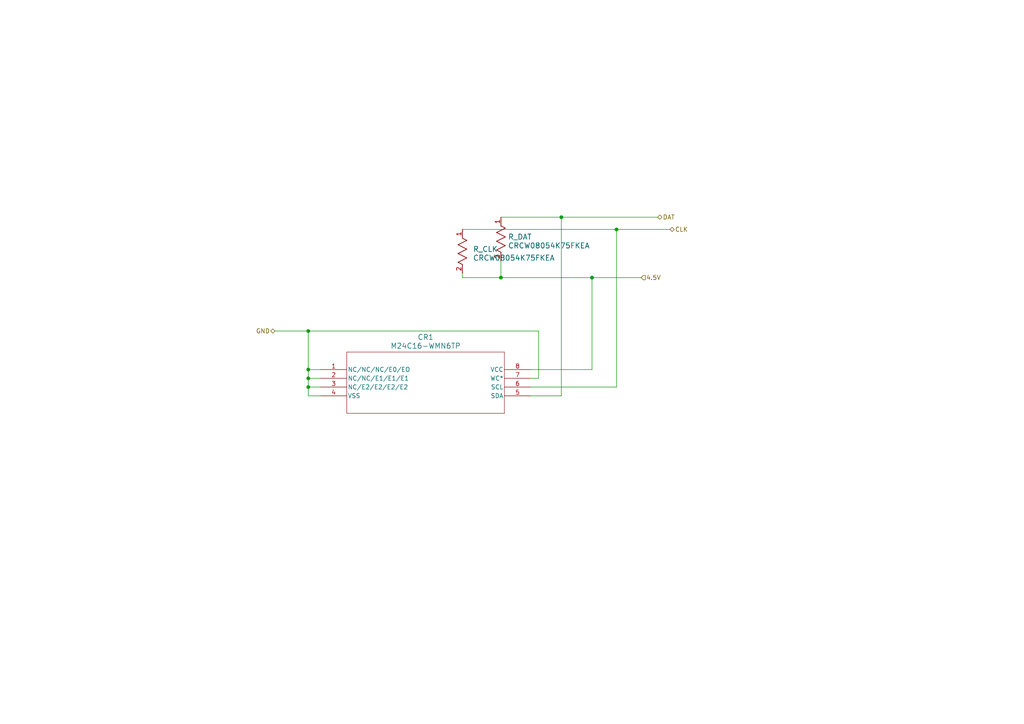
<source format=kicad_sch>
(kicad_sch (version 20230121) (generator eeschema)

  (uuid f1db0a0c-336d-4e8c-891a-7d048dfe978e)

  (paper "A4")

  (lib_symbols
    (symbol "M24C16_WMN6TP:M24C16-WMN6TP" (pin_names (offset 0.254)) (in_bom yes) (on_board yes)
      (property "Reference" "CR" (at 30.48 10.16 0)
        (effects (font (size 1.524 1.524)))
      )
      (property "Value" "M24C16-WMN6TP" (at 30.48 7.62 0)
        (effects (font (size 1.524 1.524)))
      )
      (property "Footprint" "SO-8_STM" (at 0 0 0)
        (effects (font (size 1.27 1.27) italic) hide)
      )
      (property "Datasheet" "M24C16-WMN6TP" (at 0 0 0)
        (effects (font (size 1.27 1.27) italic) hide)
      )
      (property "ki_locked" "" (at 0 0 0)
        (effects (font (size 1.27 1.27)))
      )
      (property "ki_keywords" "M24C16-WMN6TP" (at 0 0 0)
        (effects (font (size 1.27 1.27)) hide)
      )
      (property "ki_fp_filters" "SO-8_STM SO-8_STM-M SO-8_STM-L" (at 0 0 0)
        (effects (font (size 1.27 1.27)) hide)
      )
      (symbol "M24C16-WMN6TP_0_1"
        (polyline
          (pts
            (xy 7.62 -12.7)
            (xy 53.34 -12.7)
          )
          (stroke (width 0.127) (type default))
          (fill (type none))
        )
        (polyline
          (pts
            (xy 7.62 5.08)
            (xy 7.62 -12.7)
          )
          (stroke (width 0.127) (type default))
          (fill (type none))
        )
        (polyline
          (pts
            (xy 53.34 -12.7)
            (xy 53.34 5.08)
          )
          (stroke (width 0.127) (type default))
          (fill (type none))
        )
        (polyline
          (pts
            (xy 53.34 5.08)
            (xy 7.62 5.08)
          )
          (stroke (width 0.127) (type default))
          (fill (type none))
        )
        (pin unspecified line (at 0 0 0) (length 7.62)
          (name "NC/NC/NC/E0/EO" (effects (font (size 1.27 1.27))))
          (number "1" (effects (font (size 1.27 1.27))))
        )
        (pin unspecified line (at 0 -2.54 0) (length 7.62)
          (name "NC/NC/E1/E1/E1" (effects (font (size 1.27 1.27))))
          (number "2" (effects (font (size 1.27 1.27))))
        )
        (pin unspecified line (at 0 -5.08 0) (length 7.62)
          (name "NC/E2/E2/E2/E2" (effects (font (size 1.27 1.27))))
          (number "3" (effects (font (size 1.27 1.27))))
        )
        (pin power_in line (at 0 -7.62 0) (length 7.62)
          (name "VSS" (effects (font (size 1.27 1.27))))
          (number "4" (effects (font (size 1.27 1.27))))
        )
        (pin bidirectional line (at 60.96 -7.62 180) (length 7.62)
          (name "SDA" (effects (font (size 1.27 1.27))))
          (number "5" (effects (font (size 1.27 1.27))))
        )
        (pin input line (at 60.96 -5.08 180) (length 7.62)
          (name "SCL" (effects (font (size 1.27 1.27))))
          (number "6" (effects (font (size 1.27 1.27))))
        )
        (pin input line (at 60.96 -2.54 180) (length 7.62)
          (name "WC*" (effects (font (size 1.27 1.27))))
          (number "7" (effects (font (size 1.27 1.27))))
        )
        (pin power_in line (at 60.96 0 180) (length 7.62)
          (name "VCC" (effects (font (size 1.27 1.27))))
          (number "8" (effects (font (size 1.27 1.27))))
        )
      )
    )
    (symbol "Vishay_4.75k:CRCW08054K75FKEA" (pin_names (offset 0.254)) (in_bom yes) (on_board yes)
      (property "Reference" "R" (at 5.715 3.81 0)
        (effects (font (size 1.524 1.524)))
      )
      (property "Value" "CRCW08054K75FKEA" (at 6.35 -3.81 0)
        (effects (font (size 1.524 1.524)))
      )
      (property "Footprint" "RC0805N_VIS" (at 0 0 0)
        (effects (font (size 1.27 1.27) italic) hide)
      )
      (property "Datasheet" "CRCW08054K75FKEA" (at 0 0 0)
        (effects (font (size 1.27 1.27) italic) hide)
      )
      (property "ki_locked" "" (at 0 0 0)
        (effects (font (size 1.27 1.27)))
      )
      (property "ki_keywords" "CRCW08054K75FKEA" (at 0 0 0)
        (effects (font (size 1.27 1.27)) hide)
      )
      (property "ki_fp_filters" "RC0805N_VIS RC0805N_VIS-M RC0805N_VIS-L" (at 0 0 0)
        (effects (font (size 1.27 1.27)) hide)
      )
      (symbol "CRCW08054K75FKEA_1_1"
        (polyline
          (pts
            (xy 2.54 0)
            (xy 3.175 1.27)
          )
          (stroke (width 0.2032) (type default))
          (fill (type none))
        )
        (polyline
          (pts
            (xy 3.175 1.27)
            (xy 4.445 -1.27)
          )
          (stroke (width 0.2032) (type default))
          (fill (type none))
        )
        (polyline
          (pts
            (xy 4.445 -1.27)
            (xy 5.715 1.27)
          )
          (stroke (width 0.2032) (type default))
          (fill (type none))
        )
        (polyline
          (pts
            (xy 5.715 1.27)
            (xy 6.985 -1.27)
          )
          (stroke (width 0.2032) (type default))
          (fill (type none))
        )
        (polyline
          (pts
            (xy 6.985 -1.27)
            (xy 8.255 1.27)
          )
          (stroke (width 0.2032) (type default))
          (fill (type none))
        )
        (polyline
          (pts
            (xy 8.255 1.27)
            (xy 9.525 -1.27)
          )
          (stroke (width 0.2032) (type default))
          (fill (type none))
        )
        (polyline
          (pts
            (xy 9.525 -1.27)
            (xy 10.16 0)
          )
          (stroke (width 0.2032) (type default))
          (fill (type none))
        )
        (pin unspecified line (at 12.7 0 180) (length 2.54)
          (name "" (effects (font (size 1.27 1.27))))
          (number "1" (effects (font (size 1.27 1.27))))
        )
        (pin unspecified line (at 0 0 0) (length 2.54)
          (name "" (effects (font (size 1.27 1.27))))
          (number "2" (effects (font (size 1.27 1.27))))
        )
      )
      (symbol "CRCW08054K75FKEA_1_2"
        (polyline
          (pts
            (xy -1.27 3.175)
            (xy 1.27 4.445)
          )
          (stroke (width 0.2032) (type default))
          (fill (type none))
        )
        (polyline
          (pts
            (xy -1.27 5.715)
            (xy 1.27 6.985)
          )
          (stroke (width 0.2032) (type default))
          (fill (type none))
        )
        (polyline
          (pts
            (xy -1.27 8.255)
            (xy 1.27 9.525)
          )
          (stroke (width 0.2032) (type default))
          (fill (type none))
        )
        (polyline
          (pts
            (xy 0 2.54)
            (xy -1.27 3.175)
          )
          (stroke (width 0.2032) (type default))
          (fill (type none))
        )
        (polyline
          (pts
            (xy 1.27 4.445)
            (xy -1.27 5.715)
          )
          (stroke (width 0.2032) (type default))
          (fill (type none))
        )
        (polyline
          (pts
            (xy 1.27 6.985)
            (xy -1.27 8.255)
          )
          (stroke (width 0.2032) (type default))
          (fill (type none))
        )
        (polyline
          (pts
            (xy 1.27 9.525)
            (xy 0 10.16)
          )
          (stroke (width 0.2032) (type default))
          (fill (type none))
        )
        (pin unspecified line (at 0 12.7 270) (length 2.54)
          (name "" (effects (font (size 1.27 1.27))))
          (number "1" (effects (font (size 1.27 1.27))))
        )
        (pin unspecified line (at 0 0 90) (length 2.54)
          (name "" (effects (font (size 1.27 1.27))))
          (number "2" (effects (font (size 1.27 1.27))))
        )
      )
    )
  )

  (junction (at 178.816 66.548) (diameter 0) (color 0 0 0 0)
    (uuid 1b6e7600-a93e-463c-a266-9f4ebefba9cd)
  )
  (junction (at 89.408 107.188) (diameter 0) (color 0 0 0 0)
    (uuid 7772eeff-4604-4164-8ea8-5c1d9d464b55)
  )
  (junction (at 162.814 62.992) (diameter 0) (color 0 0 0 0)
    (uuid 8ee83db5-7d6e-45bc-b13d-5baf38fe57ae)
  )
  (junction (at 89.408 96.012) (diameter 0) (color 0 0 0 0)
    (uuid 94291fdb-96dd-470d-8fe4-ef62c413eb72)
  )
  (junction (at 89.408 109.728) (diameter 0) (color 0 0 0 0)
    (uuid a53e3c5f-e735-4514-ae7d-d95b4b5fca7d)
  )
  (junction (at 89.408 112.268) (diameter 0) (color 0 0 0 0)
    (uuid b6a1481a-9eb5-4e93-bfd3-75c42765db0b)
  )
  (junction (at 171.704 80.518) (diameter 0) (color 0 0 0 0)
    (uuid bbe79511-a15e-471e-a275-d9c447c1adf6)
  )
  (junction (at 145.288 80.518) (diameter 0) (color 0 0 0 0)
    (uuid fb40a299-fabf-4a84-8f0c-2d929a34dc58)
  )

  (wire (pts (xy 171.704 107.188) (xy 171.704 80.518))
    (stroke (width 0) (type default))
    (uuid 0164d59d-1529-420a-9856-3dc2b9090f86)
  )
  (wire (pts (xy 153.924 112.268) (xy 178.816 112.268))
    (stroke (width 0) (type default))
    (uuid 04076cce-5515-4091-bb52-24662d1ecff0)
  )
  (wire (pts (xy 156.21 96.012) (xy 89.408 96.012))
    (stroke (width 0) (type default))
    (uuid 06a94c0d-f670-47f8-87fb-ab1129ede80b)
  )
  (wire (pts (xy 156.21 109.728) (xy 156.21 96.012))
    (stroke (width 0) (type default))
    (uuid 09134557-3a19-4da4-9df4-0bbae109bf6a)
  )
  (wire (pts (xy 134.112 79.248) (xy 134.112 80.518))
    (stroke (width 0) (type default))
    (uuid 0c09eb56-3657-49f9-b4fb-f2c72ffb7b5f)
  )
  (wire (pts (xy 178.816 66.548) (xy 194.31 66.548))
    (stroke (width 0) (type default))
    (uuid 1bad6da2-35ec-42ba-8755-c512972810ba)
  )
  (wire (pts (xy 89.408 109.728) (xy 89.408 112.268))
    (stroke (width 0) (type default))
    (uuid 1fda225d-397f-42fa-ac16-50beeced34bc)
  )
  (wire (pts (xy 89.408 109.728) (xy 92.964 109.728))
    (stroke (width 0) (type default))
    (uuid 370f1373-e329-4d05-85a8-5072e182e209)
  )
  (wire (pts (xy 153.924 114.808) (xy 162.814 114.808))
    (stroke (width 0) (type default))
    (uuid 392fd688-0407-47ff-b74b-bf92ddf49152)
  )
  (wire (pts (xy 145.288 75.692) (xy 145.288 80.518))
    (stroke (width 0) (type default))
    (uuid 3e917fd8-71b5-451c-a138-ef93bfe16a6d)
  )
  (wire (pts (xy 185.928 80.518) (xy 171.704 80.518))
    (stroke (width 0) (type default))
    (uuid 489f253d-3c32-4b00-a87e-d111837cade1)
  )
  (wire (pts (xy 153.924 109.728) (xy 156.21 109.728))
    (stroke (width 0) (type default))
    (uuid 49e0ef63-4106-4c30-a22d-094221839a8e)
  )
  (wire (pts (xy 178.816 66.548) (xy 134.112 66.548))
    (stroke (width 0) (type default))
    (uuid 54067d61-e570-4b9e-959f-704a8dcda5eb)
  )
  (wire (pts (xy 79.756 96.012) (xy 89.408 96.012))
    (stroke (width 0) (type default))
    (uuid 5d7a1c4f-b345-4b32-902a-73a0d6a158c1)
  )
  (wire (pts (xy 145.288 80.518) (xy 171.704 80.518))
    (stroke (width 0) (type default))
    (uuid 75727cc9-3c8c-4203-985d-97198d9db3c8)
  )
  (wire (pts (xy 89.408 96.012) (xy 89.408 107.188))
    (stroke (width 0) (type default))
    (uuid 7a28b9e8-67ed-469b-9c7a-c88fe6f7c7a1)
  )
  (wire (pts (xy 89.408 107.188) (xy 89.408 109.728))
    (stroke (width 0) (type default))
    (uuid 809f6f4f-5d60-44c5-8e4f-116e02ac4d86)
  )
  (wire (pts (xy 92.964 107.188) (xy 89.408 107.188))
    (stroke (width 0) (type default))
    (uuid a2c76b15-db70-4f75-a642-54bce39356bf)
  )
  (wire (pts (xy 178.816 66.548) (xy 178.816 112.268))
    (stroke (width 0) (type default))
    (uuid a3fd4c3d-9a47-4ef8-9d4f-a85436a88b2d)
  )
  (wire (pts (xy 92.964 114.808) (xy 89.408 114.808))
    (stroke (width 0) (type default))
    (uuid af7fad3b-5f83-4100-b4f7-dea57ef7cccc)
  )
  (wire (pts (xy 162.814 62.992) (xy 190.754 62.992))
    (stroke (width 0) (type default))
    (uuid b0f740e7-b218-45a7-ac20-cbbf78fb776c)
  )
  (wire (pts (xy 89.408 114.808) (xy 89.408 112.268))
    (stroke (width 0) (type default))
    (uuid b60800a7-e922-46d8-97d0-8bf04247a222)
  )
  (wire (pts (xy 89.408 112.268) (xy 92.964 112.268))
    (stroke (width 0) (type default))
    (uuid d43349b1-4200-422b-9270-c69549d27220)
  )
  (wire (pts (xy 134.112 80.518) (xy 145.288 80.518))
    (stroke (width 0) (type default))
    (uuid daa36d5f-6319-4f87-9cbb-bf20e2cf5882)
  )
  (wire (pts (xy 162.814 62.992) (xy 145.288 62.992))
    (stroke (width 0) (type default))
    (uuid def6ef67-9680-4d41-95c1-c35149da7f85)
  )
  (wire (pts (xy 153.924 107.188) (xy 171.704 107.188))
    (stroke (width 0) (type default))
    (uuid eb531315-a8c7-4645-a182-14baadbb846d)
  )
  (wire (pts (xy 162.814 62.992) (xy 162.814 114.808))
    (stroke (width 0) (type default))
    (uuid ee8ae395-975f-4867-b371-93da20a6e066)
  )

  (hierarchical_label "DAT" (shape bidirectional) (at 190.754 62.992 0) (fields_autoplaced)
    (effects (font (size 1.27 1.27)) (justify left))
    (uuid 110905f2-d0f3-4610-b674-9c23ed4f335a)
  )
  (hierarchical_label "CLK" (shape bidirectional) (at 194.31 66.548 0) (fields_autoplaced)
    (effects (font (size 1.27 1.27)) (justify left))
    (uuid 320db23e-608a-48d8-8ceb-a16eb3e5ac0f)
  )
  (hierarchical_label "4.5V" (shape input) (at 185.928 80.518 0) (fields_autoplaced)
    (effects (font (size 1.27 1.27)) (justify left))
    (uuid 3ff40626-ba46-4e35-b778-64a7c916873f)
  )
  (hierarchical_label "GND" (shape bidirectional) (at 79.756 96.012 180) (fields_autoplaced)
    (effects (font (size 1.27 1.27)) (justify right))
    (uuid a33af0ae-4817-4f2f-ad9c-098adbbf0895)
  )

  (symbol (lib_id "Vishay_4.75k:CRCW08054K75FKEA") (at 145.288 75.692 90) (unit 1)
    (in_bom yes) (on_board yes) (dnp no) (fields_autoplaced)
    (uuid 8e28f1fd-18f9-47a9-82d8-9941909f6943)
    (property "Reference" "R_DAT" (at 147.32 68.707 90)
      (effects (font (size 1.524 1.524)) (justify right))
    )
    (property "Value" "CRCW08054K75FKEA" (at 147.32 71.247 90)
      (effects (font (size 1.524 1.524)) (justify right))
    )
    (property "Footprint" "Vishay_4.75k:RC0805N_VIS" (at 145.288 75.692 0)
      (effects (font (size 1.27 1.27) italic) hide)
    )
    (property "Datasheet" "CRCW08054K75FKEA" (at 145.288 75.692 0)
      (effects (font (size 1.27 1.27) italic) hide)
    )
    (pin "1" (uuid 397c70c3-b6af-4cc1-8c55-bb4d74a34133))
    (pin "2" (uuid 210d4979-d9b2-4ac0-9fad-5e068729f6f3))
    (instances
      (project "Air quality project"
        (path "/67b6672b-0c15-41a5-a844-17aa721018b8/0f60bc29-40c8-4d4c-ac54-a88c920155e7"
          (reference "R_DAT") (unit 1)
        )
      )
    )
  )

  (symbol (lib_id "M24C16_WMN6TP:M24C16-WMN6TP") (at 92.964 107.188 0) (unit 1)
    (in_bom yes) (on_board yes) (dnp no)
    (uuid 96e7a588-8ca5-43df-8186-8938ffd45b25)
    (property "Reference" "CR1" (at 123.444 97.79 0)
      (effects (font (size 1.524 1.524)))
    )
    (property "Value" "M24C16-WMN6TP" (at 123.444 100.33 0)
      (effects (font (size 1.524 1.524)))
    )
    (property "Footprint" "M24C16_WMN6TP:SO-8_STM" (at 92.964 107.188 0)
      (effects (font (size 1.27 1.27) italic) hide)
    )
    (property "Datasheet" "M24C16-WMN6TP" (at 92.964 107.188 0)
      (effects (font (size 1.27 1.27) italic) hide)
    )
    (pin "1" (uuid f8a01e20-c078-43fe-aa1e-658ccb1076d4))
    (pin "2" (uuid c2adc9cb-90bd-4209-b39d-11cc205f7e42))
    (pin "3" (uuid e0d973a3-4eed-4fd5-9153-b9336e90763b))
    (pin "4" (uuid b712b8aa-b048-4575-b0c2-d57f6b83b103))
    (pin "5" (uuid 3e537b88-c828-47dd-9e59-d87c44a868da))
    (pin "6" (uuid c2e3f682-e3a7-4c71-8785-077984ba1718))
    (pin "7" (uuid 33d7d5df-5174-43da-a0b8-288e7449daba))
    (pin "8" (uuid 071a1885-7726-428e-a0ef-f338dc11b412))
    (instances
      (project "Air quality project"
        (path "/67b6672b-0c15-41a5-a844-17aa721018b8/0f60bc29-40c8-4d4c-ac54-a88c920155e7"
          (reference "CR1") (unit 1)
        )
      )
    )
  )

  (symbol (lib_id "Vishay_4.75k:CRCW08054K75FKEA") (at 134.112 79.248 90) (unit 1)
    (in_bom yes) (on_board yes) (dnp no) (fields_autoplaced)
    (uuid fcaf285b-57ff-486b-85e7-8f97bd2ac5fb)
    (property "Reference" "R_CLK" (at 137.16 72.263 90)
      (effects (font (size 1.524 1.524)) (justify right))
    )
    (property "Value" "CRCW08054K75FKEA" (at 137.16 74.803 90)
      (effects (font (size 1.524 1.524)) (justify right))
    )
    (property "Footprint" "Vishay_4.75k:RC0805N_VIS" (at 134.112 79.248 0)
      (effects (font (size 1.27 1.27) italic) hide)
    )
    (property "Datasheet" "CRCW08054K75FKEA" (at 134.112 79.248 0)
      (effects (font (size 1.27 1.27) italic) hide)
    )
    (pin "1" (uuid 0c880444-780a-4011-a067-39f8a1c01d86))
    (pin "2" (uuid 702b0ac8-f420-4ab3-92a9-7f1047b32ce1))
    (instances
      (project "Air quality project"
        (path "/67b6672b-0c15-41a5-a844-17aa721018b8/0f60bc29-40c8-4d4c-ac54-a88c920155e7"
          (reference "R_CLK") (unit 1)
        )
      )
    )
  )
)

</source>
